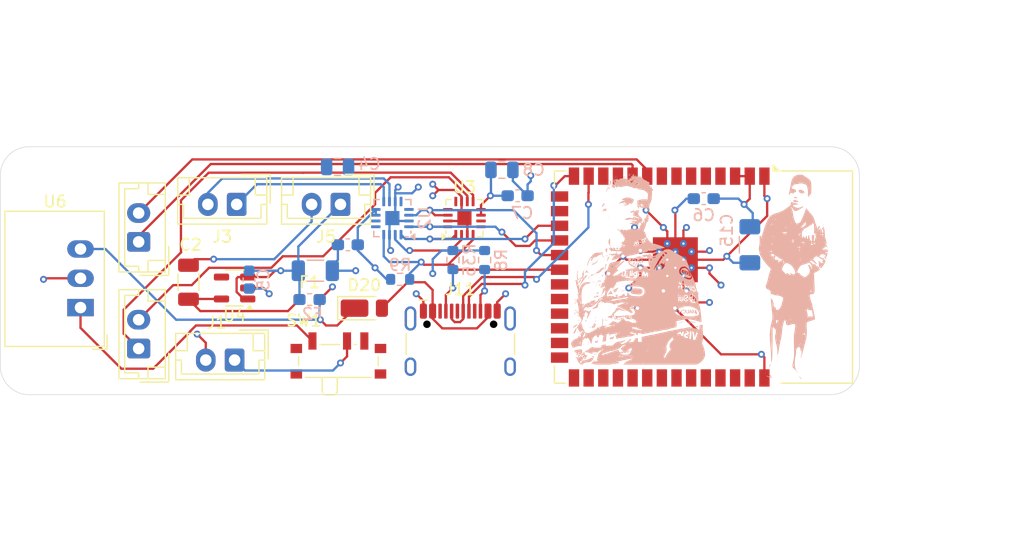
<source format=kicad_pcb>
(kicad_pcb (version 20241229) (generator "pcbnew") (generator_version "9.0")
  (layers (0 "F.Cu" signal) (4 "In1.Cu" power) (6 "In2.Cu" power) (2 "B.Cu" signal) (13 "F.Paste" user) (15 "B.Paste" user) (5 "F.SilkS" user "F.Silkscreen") (7 "B.SilkS" user "B.Silkscreen") (1 "F.Mask" user) (3 "B.Mask" user) (25 "Edge.Cuts" user))
  (net 0 "")
  (net 1 "GND")
  (net 2 "+5V")
  (net 3 "/Power/+3V3_Unfused")
  (net 4 "+3V3")
  (net 5 "/Power/5V_unfused")
  (net 6 "/MCU/USB_5V")
  (net 7 "Net-(SW1-A)")
  (net 8 "/Connectors/RX_PICO")
  (net 9 "/Connectors/TX_PICO")
  (net 10 "/Connectors/OUTP_1")
  (net 11 "/Connectors/OUTN_1")
  (net 12 "/Connectors/OUTN_2")
  (net 13 "/Connectors/OUTP_2")
  (net 14 "/MCU/USB_DN")
  (net 17 "/MCU/USB_DP")
  (net 20 "Net-(J11-CC1)")
  (net 22 "Net-(J11-CC2)")
  (net 24 "/MCU/SD_MODE")
  (net 30 "/MCU/I2S_DOUT")
  (net 54 "/MCU/I2S_BCLK")
  (net 56 "/MCU/I2S_LRCLK")
  (net 66 "/Connectors/9V_unfused")
  (footprint "Connector_JST:JST_EH_B2B-EH-A_1x02_P2.50mm_Vertical" (layer "F.Cu") (at 177.82 59.5 180)
    (property "Reference" "J1")
    (property "Value" "Conn_01x02_Pin" (hide yes))
  )
  (footprint "Connector_JST:JST_EH_B2B-EH-A_1x02_P2.50mm_Vertical" (layer "F.Cu") (at 187 46 180)
    (property "Reference" "J5")
    (property "Value" "Conn_01x02_Pin" (hide yes))
  )
  (footprint "Diode_SMD:D_PowerDI-123" (layer "F.Cu") (at 189.07 55)
    (property "Reference" "D20")
    (property "Value" "D_Schottky" (hide yes))
  )
  (footprint "Connector_JST:JST_EH_B2B-EH-A_1x02_P2.50mm_Vertical" (layer "F.Cu") (at 178 46 180)
    (property "Reference" "J3")
    (property "Value" "Conn_01x02_Pin" (hide yes))
  )
  (footprint "RF_Module:ESP32-S3-WROOM-1" (layer "F.Cu") (at 218.5 52.3 -90)
    (property "Reference" "U1" (hide yes))
    (property "Value" "ESP32-S3-WROOM-1" (hide yes))
  )
  (footprint "Connector_JST:JST_EH_B2B-EH-A_1x02_P2.50mm_Vertical" (layer "F.Cu") (at 169.5 58.5 90)
    (property "Reference" "J4" (hide yes))
    (property "Value" "Conn_01x02_Pin" (hide yes))
  )
  (footprint "0_LHRE_Footprints:USB-C_2.0_Receptacle" (layer "F.Cu") (at 197.39 59)
    (property "Reference" "J11")
    (property "Value" "USB_C_Receptacle_USB2.0_16P" (hide yes))
  )
  (footprint "Capacitor_SMD:C_1206_3216Metric" (layer "F.Cu") (at 173.82 52.75 90)
    (property "Reference" "C2")
    (property "Value" "4.7u")
  )
  (footprint "Fuse:Fuse_0603_1608Metric_Pad1.05x0.95mm_HandSolder" (layer "F.Cu") (at 184.32 54.25)
    (property "Reference" "F1")
    (property "Value" "1A" (hide yes))
  )
  (footprint "Converter_DCDC:Converter_DCDC_RECOM_R-78E-0.5_THT" (layer "F.Cu") (at 164.4575 54.9475 90)
    (property "Reference" "U6")
    (property "Value" "R-78E5.0-1.0" (hide yes))
  )
  (footprint "Package_DFN_QFN:TQFN-16-1EP_3x3mm_P0.5mm_EP1.23x1.23mm" (layer "F.Cu") (at 197.75 47.1875 90)
    (property "Reference" "U3")
    (property "Value" "MAX98357A" (hide yes))
  )
  (footprint "Button_Switch_SMD:SW_SPDT_PCM12" (layer "F.Cu") (at 186.82 59.275)
    (property "Reference" "SW1")
    (property "Value" "SW_SPDT" (hide yes))
  )
  (footprint "Package_TO_SOT_SMD:SOT-23-5" (layer "F.Cu") (at 177.82 53.25 180)
    (property "Reference" "U4")
    (property "Value" "RT9013-33GB" (hide yes))
  )
  (footprint "Connector_JST:JST_EH_B2B-EH-A_1x02_P2.50mm_Vertical" (layer "F.Cu") (at 169.5 49.25 90)
    (property "Reference" "J2" (hide yes))
    (property "Value" "Conn_01x02_Pin" (hide yes))
  )
  (footprint "Fuse:Fuse_0603_1608Metric_Pad1.05x0.95mm_HandSolder" (layer "B.Cu") (at 184.32 54.25 180)
    (property "Reference" "F2")
    (property "Value" "1A" (hide yes))
  )
  (footprint "Capacitor_SMD:C_0805_2012Metric" (layer "B.Cu") (at 186.75 42.75)
    (property "Reference" "C4")
    (property "Value" "10u" (hide yes))
  )
  (footprint "Resistor_SMD:R_0603_1608Metric" (layer "B.Cu") (at 192.175 52.5)
    (property "Reference" "R9")
    (property "Value" "100k" (hide yes))
  )
  (footprint "Package_DFN_QFN:TQFN-16-1EP_3x3mm_P0.5mm_EP1.23x1.23mm" (layer "B.Cu") (at 191.5 47.1875 90)
    (property "Reference" "U2")
    (property "Value" "MAX98357A" (hide yes))
  )
  (footprint "Capacitor_SMD:C_0603_1608Metric_Pad1.08x0.95mm_HandSolder" (layer "B.Cu") (at 187.6375 49.5)
    (property "Reference" "C3" (hide yes))
    (property "Value" "100n" (hide yes))
  )
  (footprint "Resistor_SMD:R_0603_1608Metric" (layer "B.Cu") (at 199.5 50.825 90)
    (property "Reference" "R8")
    (property "Value" "5.1k" (hide yes))
  )
  (footprint "Capacitor_SMD:C_0603_1608Metric_Pad1.08x0.95mm_HandSolder" (layer "B.Cu") (at 202.3625 45.25 180)
    (property "Reference" "C7")
    (property "Value" "100n" (hide yes))
  )
  (footprint "Capacitor_SMD:C_0603_1608Metric" (layer "B.Cu") (at 179.07 52.525 -90)
    (property "Reference" "C5")
    (property "Value" "22u" (hide yes))
  )
  (footprint "Capacitor_SMD:C_1206_3216Metric" (layer "B.Cu") (at 184.82 51.75)
    (property "Reference" "C1" (hide yes))
    (property "Value" "4.7u" (hide yes))
  )
  (footprint "YerraGlasses:mv3" (layer "B.Cu") (at 212.5 51.5 180)
    (property "Reference" "G***" (hide yes))
    (property "Value" "LOGO" (hide yes))
  )
  (footprint "Capacitor_SMD:C_1206_3216Metric_Pad1.33x1.80mm_HandSolder" (layer "B.Cu") (at 222.5 49.5 -90)
    (property "Reference" "C15")
    (property "Value" "4.7u" (hide yes))
  )
  (footprint "YerraGlasses:ale2" (layer "B.Cu") (at 225.961595 53.021054 180)
    (property "Reference" "G***" (hide yes))
    (property "Value" "LOGO" (hide yes))
  )
  (footprint "Capacitor_SMD:C_0805_2012Metric" (layer "B.Cu") (at 201 43 180)
    (property "Reference" "C8")
    (property "Value" "10u" (hide yes))
  )
  (footprint "Resistor_SMD:R_0603_1608Metric" (layer "B.Cu") (at 196.75 50.825 90)
    (property "Reference" "R35")
    (property "Value" "5.1k" (hide yes))
  )
  (footprint "Capacitor_SMD:C_0603_1608Metric_Pad1.08x0.95mm_HandSolder" (layer "B.Cu") (at 218.5 45.5)
    (property "Reference" "C6")
    (property "Value" "100n" (hide yes))
  )
  (gr_line (start 229.5 62.5) (end 160 62.5) (stroke (width 0.05)) (layer "Edge.Cuts"))
  (gr_arc (start 229.5 41) (mid 231.267767 41.732233) (end 232 43.5) (stroke (width 0.05)) (layer "Edge.Cuts"))
  (gr_arc (start 160 62.5) (mid 158.232233 61.767767) (end 157.5 60) (stroke (width 0.05)) (layer "Edge.Cuts"))
  (gr_line (start 157.5 60) (end 157.5 43.5) (stroke (width 0.05)) (layer "Edge.Cuts"))
  (gr_arc (start 157.5 43.5) (mid 158.232233 41.732233) (end 160 41) (stroke (width 0.05)) (layer "Edge.Cuts"))
  (gr_line (start 232 43.5) (end 232 60) (stroke (width 0.05)) (layer "Edge.Cuts"))
  (gr_arc (start 232 60) (mid 231.267767 61.767767) (end 229.5 62.5) (stroke (width 0.05)) (layer "Edge.Cuts"))
  (gr_line (start 160 41) (end 229.5 41) (stroke (width 0.05)) (layer "Edge.Cuts"))
  (segment (start 198 48.625) (end 198 47.4375) (width 0.2) (layer "F.Cu") (net 1))
  (segment (start 194.19 55.255) (end 194.19 54.37) (width 0.2) (layer "F.Cu") (net 1))
  (segment (start 215.34 50.8) (end 211.8 50.8) (width 0.2) (layer "F.Cu") (net 1))
  (segment (start 213 48.5) (end 212.5 48) (width 0.2) (layer "F.Cu") (net 1))
  (segment (start 214.64 51.5) (end 213 51.5) (width 0.2) (layer "F.Cu") (net 1))
  (segment (start 224 47) (end 220.5 50.5) (width 0.2) (layer "F.Cu") (net 1))
  (segment (start 216.74 52.2) (end 216.74 53.24) (width 0.2) (layer "F.Cu") (net 1))
  (segment (start 195 45.25) (end 195.5 44.75) (width 0.2) (layer "F.Cu") (net 1))
  (segment (start 215.34 52.2) (end 215.34 53.16) (width 0.2) (layer "F.Cu") (net 1))
  (segment (start 218 54.5) (end 219 54.5) (width 0.2) (layer "F.Cu") (net 1))
  (segment (start 200.59 55.255) (end 200.59 54.48) (width 0.2) (layer "F.Cu") (net 1))
  (segment (start 223.76 59.26) (end 223.5 59) (width 0.2) (layer "F.Cu") (net 1))
  (segment (start 215.34 48.34) (end 215 48) (width 0.2) (layer "F.Cu") (net 1))
  (segment (start 218.9 50.1) (end 219 50) (width 0.2) (layer "F.Cu") (net 1))
  (segment (start 211.8 50.8) (end 211.5 50.5) (width 0.2) (layer "F.Cu") (net 1))
  (segment (start 213 50) (end 213 48.5) (width 0.2) (layer "F.Cu") (net 1))
  (segment (start 214.64 50.1) (end 213.1 50.1) (width 0.2) (layer "F.Cu") (net 1))
  (segment (start 195.5 44.75) (end 196.928298 44.75) (width 0.2) (layer "F.Cu") (net 1))
  (segment (start 197.75 47.1875) (end 197.5 47.4375) (width 0.2) (layer "F.Cu") (net 1))
  (segment (start 197.5 45.321702) (end 197.5 45.75) (width 0.2) (layer "F.Cu") (net 1))
  (segment (start 213 51.5) (end 213 52.25) (width 0.2) (layer "F.Cu") (net 1))
  (segment (start 220 59) (end 216 55) (width 0.2) (layer "F.Cu") (net 1))
  (segment (start 223.5 59) (end 220 59) (width 0.2) (layer "F.Cu") (net 1))
  (segment (start 216.04 46.54) (end 216 46.5) (width 0.2) (layer "F.Cu") (net 1))
  (segment (start 215.34 53.16) (end 215 53.5) (width 0.2) (layer "F.Cu") (net 1))
  (segment (start 180.32 53.25) (end 180.82 53.75) (width 0.2) (layer "F.Cu") (net 1))
  (segment (start 223.76 43.55) (end 223.76 45.26) (width 0.2) (layer "F.Cu") (net 1))
  (segment (start 216.74 53.24) (end 217 53.5) (width 0.2) (layer "F.Cu") (net 1))
  (segment (start 197.5 47.4375) (end 196.3125 47.4375) (width 0.2) (layer "F.Cu") (net 1))
  (segment (start 174.345 50.75) (end 173.82 51.275) (width 0.2) (layer "F.Cu") (net 1))
  (segment (start 216.74 50.8) (end 220.2 50.8) (width 0.2) (layer "F.Cu") (net 1))
  (segment (start 211.5 50.5) (end 210.25 51.75) (width 0.2) (layer "F.Cu") (net 1))
  (segment (start 197.75 47.1875) (end 197.5 46.9375) (width 0.2) (layer "F.Cu") (net 1))
  (segment (start 200.59 54.48) (end 201.32 53.75) (width 0.2) (layer "F.Cu") (net 1))
  (segment (start 217.44 50.1) (end 218.9 50.1) (width 0.2) (layer "F.Cu") (net 1))
  (segment (start 223.76 61.05) (end 223.76 59.26) (width 0.2) (layer "F.Cu") (net 1))
  (segment (start 176 50.75) (end 174.345 50.75) (width 0.2) (layer "F.Cu") (net 1))
  (segment (start 210.25 51.75) (end 210.25 52) (width 0.2) (layer "F.Cu") (net 1))
  (segment (start 213.1 50.1) (end 213 50) (width 0.2) (layer "F.Cu") (net 1))
  (segment (start 197.5 46.9375) (end 197.5 45.75) (width 0.2) (layer "F.Cu") (net 1))
  (segment (start 215 48) (end 213.5 46.5) (width 0.2) (layer "F.Cu") (net 1))
  (segment (start 198 47.4375) (end 197.75 47.1875) (width 0.2) (layer "F.Cu") (net 1))
  (segment (start 195.5 44.75) (end 195 44.25) (width 0.2) (layer "F.Cu") (net 1))
  (segment (start 219 51.5) (end 219 52) (width 0.2) (layer "F.Cu") (net 1))
  (segment (start 175.32 58) (end 175.32 59.5) (width 0.2) (layer "F.Cu") (net 1))
  (segment (start 215.34 49.4) (end 215.34 48.34) (width 0.2) (layer "F.Cu") (net 1))
  (segment (start 224 45.5) (end 224 47) (width 0.2) (layer "F.Cu") (net 1))
  (segment (start 220.2 50.8) (end 220.5 50.5) (width 0.2) (layer "F.Cu") (net 1))
  (segment (start 213.5 55) (end 212.75 55) (width 0.2) (layer "F.Cu") (net 1))
  (segment (start 213 52.25) (end 212 53.25) (width 0.2) (layer "F.Cu") (net 1))
  (segment (start 164.4575 52.4075) (end 161.3425 52.4075) (width 0.2) (layer "F.Cu") (net 1))
  (segment (start 217.44 51.5) (end 219 51.5) (width 0.2) (layer "F.Cu") (net 1))
  (segment (start 223.76 45.26) (end 224 45.5) (width 0.2) (layer "F.Cu") (net 1))
  (segment (start 217 53.5) (end 218 54.5) (width 0.2) (layer "F.Cu") (net 1))
  (segment (start 216.74 49.4) (end 216.74 48.26) (width 0.2) (layer "F.Cu") (net 1))
  (segment (start 215 53.5) (end 213.5 55) (width 0.2) (layer "F.Cu") (net 1))
  (segment (start 174.57 57.25) (end 175.32 58) (width 0.2) (layer "F.Cu") (net 1))
  (segment (start 216.04 54.96) (end 216 55) (width 0.2) (layer "F.Cu") (net 1))
  (segment (start 178.9575 53.25) (end 180.32 53.25) (width 0.2) (layer "F.Cu") (net 1))
  (segment (start 196.928298 44.75) (end 197.5 45.321702) (width 0.2) (layer "F.Cu") (net 1))
  (segment (start 219 52) (end 220 53) (width 0.2) (layer "F.Cu") (net 1))
  (segment (start 161.3425 52.4075) (end 161.25 52.5) (width 0.2) (layer "F.Cu") (net 1))
  (segment (start 216.74 48.26) (end 217 48) (width 0.2) (layer "F.Cu") (net 1))
  (segment (start 194.19 54.37) (end 193.57 53.75) (width 0.2) (layer "F.Cu") (net 1))
  (segment (start 216.04 50.1) (end 216.04 46.54) (width 0.2) (layer "F.Cu") (net 1))
  (segment (start 216.04 51.5) (end 216.04 54.96) (width 0.2) (layer "F.Cu") (net 1))
  (via (at 193.75 44.5) (size 0.6) (drill 0.3) (layers "F.Cu" "B.Cu") (net 1))
  (via (at 201.32 53.75) (size 0.6) (drill 0.3) (layers "F.Cu" "B.Cu") (net 1))
  (via (at 220 53) (size 0.6) (drill 0.3) (layers "F.Cu" "B.Cu") (net 1))
  (via (at 212.5 48) (size 0.6) (drill 0.3) (layers "F.Cu" "B.Cu") (net 1))
  (via (at 195 52) (size 0.6) (drill 0.3) (layers "F.Cu" "B.Cu") (net 1))
  (via (at 217 53.5) (size 0.6) (drill 0.3) (layers "F.Cu" "B.Cu") (net 1))
  (via (at 215 48) (size 0.6) (drill 0.3) (layers "F.Cu" "B.Cu") (net 1))
  (via (at 219 54.5) (size 0.6) (drill 0.3) (layers "F.Cu" "B.Cu") (net 1))
  (via (at 191.35 50) (size 0.6) (drill 0.3) (layers "F.Cu" "B.Cu") (net 1))
  (via (at 193.57 53.75) (size 0.6) (drill 0.3) (layers "F.Cu" "B.Cu") (net 1))
  (via (at 176 50.75) (size 0.6) (drill 0.3) (layers "F.Cu" "B.Cu") (net 1))
  (via (at 216 46.5) (size 0.6) (drill 0.3) (layers "F.Cu" "B.Cu") (net 1))
  (via (at 223.5 59) (size 0.6) (drill 0.3) (layers "F.Cu" "B.Cu") (net 1))
  (via (at 224 45.5) (size 0.6) (drill 0.3) (layers "F.Cu" "B.Cu") (net 1))
  (via (at 213.5 46.5) (size 0.6) (drill 0.3) (layers "F.Cu" "B.Cu") (net 1))
  (via (at 219 51.5) (size 0.6) (drill 0.3) (layers "F.Cu" "B.Cu") (net 1))
  (via (at 161.25 52.5) (size 0.6) (drill 0.3) (layers "F.Cu" "B.Cu") (net 1))
  (via (at 192 44.5) (size 0.6) (drill 0.3) (layers "F.Cu" "B.Cu") (net 1))
  (via (at 180.82 53.75) (size 0.6) (drill 0.3) (layers "F.Cu" "B.Cu") (net 1))
  (via (at 212 53.25) (size 0.6) (drill 0.3) (layers "F.Cu" "B.Cu") (net 1))
  (via (at 213 50) (size 0.6) (drill 0.3) (layers "F.Cu" "B.Cu") (net 1))
  (via (at 215 53.5) (size 0.6) (drill 0.3) (layers "F.Cu" "B.Cu") (net 1))
  (via (at 195 45.25) (size 0.6) (drill 0.3) (layers "F.Cu" "B.Cu") (net 1))
  (via (at 217 48) (size 0.6) (drill 0.3) (layers "F.Cu" "B.Cu") (net 1))
  (via (at 219 50) (size 0.6) (drill 0.3) (layers "F.Cu" "B.Cu") (net 1))
  (via (at 174.57 57.25) (size 0.6) (drill 0.3) (layers "F.Cu" "B.Cu") (net 1))
  (via (at 203.5 43.5) (size 0.6) (drill 0.3) (layers "F.Cu" "B.Cu") (net 1))
  (via (at 210.25 52) (size 0.6) (drill 0.3) (layers "F.Cu" "B.Cu") (net 1))
  (via (at 211.5 50.5) (size 0.6) (drill 0.3) (layers "F.Cu" "B.Cu") (net 1))
  (via (at 188.32 51.75) (size 0.6) (drill 0.3) (layers "F.Cu" "B.Cu") (net 1))
  (via (at 220.5 50.5) (size 0.6) (drill 0.3) (layers "F.Cu" "B.Cu") (net 1))
  (via (at 213 51.5) (size 0.6) (drill 0.3) (layers "F.Cu" "B.Cu") (net 1))
  (via (at 216 55) (size 0.6) (drill 0.3) (layers "F.Cu" "B.Cu") (net 1))
  (via (at 195 44.25) (size 0.6) (drill 0.3) (layers "F.Cu" "B.Cu") (net 1))
  (via (at 212.75 55) (size 0.6) (drill 0.3) (layers "F.Cu" "B.Cu") (net 1))
  (segment (start 186.775 50.815) (end 186.775 49.5) (width 0.2) (layer "B.Cu") (net 1))
  (segment (start 193.75 44.5) (end 193.2135 45.0365) (width 0.2) (layer "B.Cu") (net 1))
  (segment (start 195.75 50) (end 196.75 50) (width 0.2) (layer "B.Cu") (net 1))
  (segment (start 191.25 47.4375) (end 191.5 47.1875) (width 0.2) (layer "B.Cu") (net 1))
  (segment (start 191.25 49.053298) (end 191.25 48.625) (width 0.2) (layer "B.Cu") (net 1))
  (segment (start 186.295 51.295) (end 186.775 50.815) (width 0.2) (layer "B.Cu") (net 1))
  (segment (start 191.25 48.625) (end 191.25 47.4375) (width 0.2) (layer "B.Cu") (net 1))
  (segment (start 201.95 43) (end 201.95 43.975) (width 0.2) (layer "B.Cu") (net 1))
  (segment (start 195 50.75) (end 195.75 50) (width 0.2) (layer "B.Cu") (net 1))
  (segment (start 222.5 51.0625) (end 221.0625 51.0625) (width 0.2) (layer "B.Cu") (net 1))
  (segment (start 191.75 44.75) (end 192 44.5) (width 0.2) (layer "B.Cu") (net 1))
  (segment (start 221.0625 51.0625) (end 220.5 50.5) (width 0.2) (layer "B.Cu") (net 1))
  (segment (start 191.5 47.1875) (end 191.75 46.9375) (width 0.2) (layer "B.Cu") (net 1))
  (segment (start 191.5 47.1875) (end 191.75 47.4375) (width 0.2) (layer "B.Cu") (net 1))
  (segment (start 180.37 53.3) (end 180.82 53.75) (width 0.2) (layer "B.Cu") (net 1))
  (segment (start 195 52) (end 195 50.75) (width 0.2) (layer "B.Cu") (net 1))
  (segment (start 203.5 43.5) (end 203.5 44) (width 0.2) (layer "B.Cu") (net 1))
  (segment (start 191.75 45.75) (end 191.75 45) (width 0.2) (layer "B.Cu") (net 1))
  (segment (start 198.25 50) (end 199.5 50) (width 0.2) (layer "B.Cu") (net 1))
  (segment (start 199.5 50) (end 199.75 49.75) (width 0.2) (layer "B.Cu") (net 1))
  (segment (start 191.75 45) (end 191.75 44.75) (width 0.2) (layer "B.Cu") (net 1))
  (segment (start 191.25 48.625) (end 191.25 49.9) (width 0.2) (layer "B.Cu") (net 1))
  (segment (start 193.2135 45.0365) (end 191.7865 45.0365) (width 0.2) (layer "B.Cu") (net 1))
  (segment (start 179.07 53.3) (end 180.37 53.3) (width 0.2) (layer "B.Cu") (net 1))
  (segment (start 217.6375 45.5) (end 217 45.5) (width 0.2) (layer "B.Cu") (net 1))
  (segment (start 203.5 44) (end 203.225 44.275) (width 0.2) (layer "B.Cu") (net 1))
  (segment (start 191.75 47.4375) (end 192.9375 47.4375) (width 0.2) (layer "B.Cu") (net 1))
  (segment (start 191.25 49.9) (end 191.35 50) (width 0.2) (layer "B.Cu") (net 1))
  (segment (start 191.75 46.9375) (end 191.75 45.75) (width 0.2) (layer "B.Cu") (net 1))
  (segment (start 186.295 51.75) (end 188.32 51.75) (width 0.2) (layer "B.Cu") (net 1))
  (segment (start 181.25 50.75) (end 184.5 47.5) (width 0.2) (layer "B.Cu") (net 1))
  (segment (start 191.7865 45.0365) (end 191.75 45) (width 0.2) (layer "B.Cu") (net 1))
  (segment (start 203.225 44.275) (end 203.225 45.25) (width 0.2) (layer "B.Cu") (net 1))
  (segment (start 186.295 51.75) (end 186.295 51.295) (width 0.2) (layer "B.Cu") (net 1))
  (segment (start 196.75 50) (end 198.25 50) (width 0.2) (layer "B.Cu") (net 1))
  (segment (start 201.95 43.975) (end 203.225 45.25) (width 0.2) (layer "B.Cu") (net 1))
  (segment (start 176 50.75) (end 181.25 50.75) (width 0.2) (layer "B.Cu") (net 1))
  (segment (start 217 45.5) (end 216 46.5) (width 0.2) (layer "B.Cu") (net 1))
  (segment (start 184.5 47.5) (end 184.5 46) (width 0.2) (layer "B.Cu") (net 1))
  (segment (start 180.77 52.3) (end 178.9575 52.3) (width 0.2) (layer "F.Cu") (net 2))
  (segment (start 178.9575 54.2) (end 178.603032 54.2) (width 0.2) (layer "F.Cu") (net 2))
  (segment (start 177.994 53.590968) (end 177.994 52.426) (width 0.2) (layer "F.Cu") (net 2))
  (segment (start 181.82 51.75) (end 181.32 51.75) (width 0.2) (layer "F.Cu") (net 2))
  (segment (start 181.32 51.75) (end 180.77 52.3) (width 0.2) (layer "F.Cu") (net 2))
  (segment (start 178.12 52.3) (end 178.9575 52.3) (width 0.2) (layer "F.Cu") (net 2))
  (segment (start 177.994 52.426) (end 178.12 52.3) (width 0.2) (layer "F.Cu") (net 2))
  (segment (start 178.603032 54.2) (end 177.994 53.590968) (width 0.2) (layer "F.Cu") (net 2))
  (via (at 181.82 51.75) (size 0.6) (drill 0.3) (layers "F.Cu" "B.Cu") (net 2))
  (segment (start 183.345 51.75) (end 183.345 49.655) (width 0.2) (layer "B.Cu") (net 2))
  (segment (start 183.345 51.75) (end 181.82 51.75) (width 0.2) (layer "B.Cu") (net 2))
  (segment (start 183.345 49.655) (end 187 46) (width 0.2) (layer "B.Cu") (net 2))
  (segment (start 183.82 54.125) (end 183.695 54) (width 0.2) (layer "B.Cu") (net 2))
  (segment (start 183.445 54.25) (end 183.445 51.85) (width 0.2) (layer "B.Cu") (net 2))
  (segment (start 183.445 51.85) (end 183.345 51.75) (width 0.2) (layer "B.Cu") (net 2))
  (segment (start 181.82 51.75) (end 179.07 51.75) (width 0.2) (layer "B.Cu") (net 2))
  (segment (start 182.445 55.25) (end 183.445 54.25) (width 0.2) (layer "F.Cu") (net 3))
  (segment (start 173.82 54.225) (end 174.845 55.25) (width 0.2) (layer "F.Cu") (net 3))
  (segment (start 173.845 54.2) (end 173.82 54.225) (width 0.2) (layer "F.Cu") (net 3))
  (segment (start 174.845 55.25) (end 182.445 55.25) (width 0.2) (layer "F.Cu") (net 3))
  (segment (start 176.6825 54.2) (end 173.845 54.2) (width 0.2) (layer "F.Cu") (net 3))
  (segment (start 185.195 54.25) (end 185.204609 54.25) (width 0.2) (layer "F.Cu") (net 4))
  (segment (start 222.49 43.55) (end 221.22 43.55) (width 0.2) (layer "F.Cu") (net 4))
  (segment (start 193 50) (end 196.553298 50) (width 0.2) (layer "F.Cu") (net 4))
  (segment (start 199.1875 46.4375) (end 199.1875 46.9375) (width 0.2) (layer "F.Cu") (net 4))
  (segment (start 197.5 49.053298) (end 197.5 48.625) (width 0.2) (layer "F.Cu") (net 4))
  (segment (start 185.204609 54.25) (end 186.304609 53.15) (width 0.2) (layer "F.Cu") (net 4))
  (segment (start 199.1875 46.4375) (end 199.1875 46.0625) (width 0.2) (layer "F.Cu") (net 4))
  (segment (start 222.49 45.51) (end 222 46) (width 0.2) (layer "F.Cu") (net 4))
  (segment (start 222.49 43.55) (end 222.49 45.51) (width 0.2) (layer "F.Cu") (net 4))
  (segment (start 196.553298 50) (end 197.5 49.053298) (width 0.2) (layer "F.Cu") (net 4))
  (segment (start 199.1875 46.0625) (end 200 45.25) (width 0.2) (layer "F.Cu") (net 4))
  (via (at 190 51.5) (size 0.6) (drill 0.3) (layers "F.Cu" "B.Cu") (net 4))
  (via (at 193 50) (size 0.6) (drill 0.3) (layers "F.Cu" "B.Cu") (net 4))
  (via (at 222 46) (size 0.6) (drill 0.3) (layers "F.Cu" "B.Cu") (net 4))
  (via (at 200 45.25) (size 0.6) (drill 0.3) (layers "F.Cu" "B.Cu") (net 4))
  (via (at 186.304609 53.15) (size 0.6) (drill 0.3) (layers "F.Cu" "B.Cu") (net 4))
  (segment (start 191.35 52.5) (end 191 52.5) (width 0.2) (layer "B.Cu") (net 4))
  (segment (start 200.1375 45.1125) (end 200 45.25) (width 0.2) (layer "B.Cu") (net 4))
  (segment (start 201.5 45.25) (end 200 45.25) (width 0.2) (layer "B.Cu") (net 4))
  (segment (start 192.696702 50) (end 193 50) (width 0.2) (layer "B.Cu") (net 4))
  (segment (start 191 52.5) (end 190 51.5) (width 0.2) (layer "B.Cu") (net 4))
  (segment (start 188.5 49.5) (end 188.5 50) (width 0.2) (layer "B.Cu") (net 4))
  (segment (start 222.75 46.75) (end 222.75 47.6875) (width 0.2) (layer "B.Cu") (net 4))
  (segment (start 188.5 48) (end 188.5 49.5) (width 0.2) (layer "B.Cu") (net 4))
  (segment (start 200.05 43) (end 200.05 45.2) (width 0.2) (layer "B.Cu") (net 4))
  (segment (start 200.05 45.2) (end 200 45.25) (width 0.2) (layer "B.Cu") (net 4))
  (segment (start 222.75 47.6875) (end 222.5 47.9375) (width 0.2) (layer "B.Cu") (net 4))
  (segment (start 191.75 49.053298) (end 192.696702 50) (width 0.2) (layer "B.Cu") (net 4))
  (segment (start 190.0625 46.4375) (end 188.5 48) (width 0.2) (layer "B.Cu") (net 4))
  (segment (start 188.5 50) (end 190 51.5) (width 0.2) (layer "B.Cu") (net 4))
  (segment (start 191.75 48.625) (end 191.75 49.053298) (width 0.2) (layer "B.Cu") (net 4))
  (segment (start 221.5 45.5) (end 222 46) (width 0.2) (layer "B.Cu") (net 4))
  (segment (start 219.3625 45.5) (end 221.5 45.5) (width 0.2) (layer "B.Cu") (net 4))
  (segment (start 222 46) (end 222.75 46.75) (width 0.2) (layer "B.Cu") (net 4))
  (segment (start 190.0625 46.9375) (end 190.0625 46.4375) (width 0.2) (layer "B.Cu") (net 4))
  (segment (start 185.25 56) (end 185.75 56.5) (width 0.2) (layer "F.Cu") (net 5))
  (segment (start 185.75 56.5) (end 186.72 56.5) (width 0.2) (layer "F.Cu") (net 5))
  (segment (start 186.72 56.5) (end 188.22 55) (width 0.2) (layer "F.Cu") (net 5))
  (via (at 185.25 56) (size 0.6) (drill 0.3) (layers "F.Cu" "B.Cu") (net 5))
  (segment (start 172.75 56) (end 185.25 56) (width 0.2) (layer "B.Cu") (net 5))
  (segment (start 185.195 55.945) (end 185.25 56) (width 0.2) (layer "B.Cu") (net 5))
  (segment (start 185.195 54.25) (end 185.195 55.945) (width 0.2) (layer "B.Cu") (net 5))
  (segment (start 164.4575 49.8675) (end 166.6175 49.8675) (width 0.2) (layer "B.Cu") (net 5))
  (segment (start 166.6175 49.8675) (end 172.75 56) (width 0.2) (layer "B.Cu") (net 5))
  (segment (start 184.82 54.625) (end 185.195 54.25) (width 0.2) (layer "B.Cu") (net 5))
  (segment (start 194.99 55.904999) (end 195.835001 56.75) (width 0.2) (layer "F.Cu") (net 6))
  (segment (start 194.99 55.255) (end 194.99 55.904999) (width 0.2) (layer "F.Cu") (net 6))
  (segment (start 195.835001 56.75) (end 198.828824 56.75) (width 0.2) (layer "F.Cu") (net 6))
  (segment (start 194.99 53.42) (end 194.99 55.255) (width 0.2) (layer "F.Cu") (net 6))
  (segment (start 192.82 52.75) (end 194.32 52.75) (width 0.2) (layer "F.Cu") (net 6))
  (segment (start 190.595 54.975) (end 192.82 52.75) (width 0.2) (layer "F.Cu") (net 6))
  (segment (start 198.828824 56.75) (end 199.79 55.788824) (width 0.2) (layer "F.Cu") (net 6))
  (segment (start 199.79 55.788824) (end 199.79 55.255) (width 0.2) (layer "F.Cu") (net 6))
  (segment (start 194.32 52.75) (end 194.99 53.42) (width 0.2) (layer "F.Cu") (net 6))
  (segment (start 190.595 55) (end 190.595 54.975) (width 0.2) (layer "F.Cu") (net 6))
  (segment (start 173.969 57.031) (end 170.75 60.25) (width 0.2) (layer "F.Cu") (net 7))
  (segment (start 168 60.25) (end 164.4575 56.7075) (width 0.2) (layer "F.Cu") (net 7))
  (segment (start 164.4575 56.7075) (end 164.4575 54.9475) (width 0.2) (layer "F.Cu") (net 7))
  (segment (start 170.75 60.25) (end 168 60.25) (width 0.2) (layer "F.Cu") (net 7))
  (segment (start 184.57 57.845) (end 183.225 56.5) (width 0.2) (layer "F.Cu") (net 7))
  (segment (start 174.470057 56.5) (end 173.969 57.001057) (width 0.2) (layer "F.Cu") (net 7))
  (segment (start 173.969 57.001057) (end 173.969 57.031) (width 0.2) (layer "F.Cu") (net 7))
  (segment (start 183.225 56.5) (end 174.470057 56.5) (width 0.2) (layer "F.Cu") (net 7))
  (segment (start 174.151 42.099) (end 169.5 46.75) (width 0.2) (layer "F.Cu") (net 8))
  (segment (start 213.6 43.018) (end 212.681 42.099) (width 0.2) (layer "F.Cu") (net 8))
  (segment (start 213.6 43.55) (end 213.6 43.018) (width 0.2) (layer "F.Cu") (net 8))
  (segment (start 212.681 42.099) (end 174.151 42.099) (width 0.2) (layer "F.Cu") (net 8))
  (segment (start 212.33 43.55) (end 212.33 42.6) (width 0.2) (layer "F.Cu") (net 9))
  (segment (start 169.5 48.75) (end 169.5 49.25) (width 0.2) (layer "F.Cu") (net 9))
  (segment (start 175.75 42.5) (end 169.5 48.75) (width 0.2) (layer "F.Cu") (net 9))
  (segment (start 212.23 42.5) (end 175.75 42.5) (width 0.2) (layer "F.Cu") (net 9))
  (segment (start 212.33 42.6) (end 212.23 42.5) (width 0.2) (layer "F.Cu") (net 9))
  (segment (start 179.75 44.25) (end 178 46) (width 0.2) (layer "B.Cu") (net 10))
  (segment (start 190.75 44.5) (end 190.5 44.25) (width 0.2) (layer "B.Cu") (net 10))
  (segment (start 190.5 44.25) (end 179.75 44.25) (width 0.2) (layer "B.Cu") (net 10))
  (segment (start 190.75 45.75) (end 190.75 44.5) (width 0.2) (layer "B.Cu") (net 10))
  (segment (start 175.5 45) (end 175.5 46) (width 0.2) (layer "B.Cu") (net 11))
  (segment (start 191.25 44.25) (end 190.75 43.75) (width 0.2) (layer "B.Cu") (net 11))
  (segment (start 191.25 45.75) (end 191.25 44.25) (width 0.2) (layer "B.Cu") (net 11))
  (segment (start 190.75 43.75) (end 176.75 43.75) (width 0.2) (layer "B.Cu") (net 11))
  (segment (start 176.75 43.75) (end 175.5 45) (width 0.2) (layer "B.Cu") (net 11))
  (segment (start 196.394398 43.649) (end 191.351 43.649) (width 0.2) (layer "F.Cu") (net 12))
  (segment (start 172.5 53) (end 174.102057 53) (width 0.2) (layer "F.Cu") (net 12))
  (segment (start 181.0029 51.5) (end 182.00145 50.50145) (width 0.2) (layer "F.Cu") (net 12))
  (segment (start 191.351 43.649) (end 190 45) (width 0.2) (layer "F.Cu") (net 12))
  (segment (start 174.102057 53) (end 175.602057 51.5) (width 0.2) (layer "F.Cu") (net 12))
  (segment (start 190 45) (end 190 46) (width 0.2) (layer "F.Cu") (net 12))
  (segment (start 175.602057 51.5) (end 181.0029 51.5) (width 0.2) (layer "F.Cu") (net 12))
  (segment (start 198 45.75) (end 198 45.254602) (width 0.2) (layer "F.Cu") (net 12))
  (segment (start 190 46) (end 185.5 50.5) (width 0.2) (layer "F.Cu") (net 12))
  (segment (start 198 45.254602) (end 196.394398 43.649) (width 0.2) (layer "F.Cu") (net 12))
  (segment (start 169.5 56) (end 172.5 53) (width 0.2) (layer "F.Cu") (net 12))
  (segment (start 185.5 50.5) (end 182 50.5) (width 0.2) (layer "F.Cu") (net 12))
  (segment (start 175.5671 43.25) (end 173.16692 45.65018) (width 0.2) (layer "F.Cu") (net 13))
  (segment (start 183.752 43.248) (end 183.75 43.25) (width 0.2) (layer "F.Cu") (net 13))
  (segment (start 168.199 55.13484) (end 173.16692 50.16692) (width 0.2) (layer "F.Cu") (net 13))
  (segment (start 169.5 58.5) (end 168.199 57.199) (width 0.2) (layer "F.Cu") (net 13))
  (segment (start 183.75 43.25) (end 175.5671 43.25) (width 0.2) (layer "F.Cu") (net 13))
  (segment (start 198.5 45.75) (end 198.5 45.187502) (width 0.2) (layer "F.Cu") (net 13))
  (segment (start 196.560498 43.248) (end 183.752 43.248) (width 0.2) (layer "F.Cu") (net 13))
  (segment (start 198.5 45.187502) (end 196.560498 43.248) (width 0.2) (layer "F.Cu") (net 13))
  (segment (start 168.199 57.199) (end 168.199 55.13484) (width 0.2) (layer "F.Cu") (net 13))
  (segment (start 173.16692 50.16692) (end 173.18484 50.149) (width 0.2) (layer "F.Cu") (net 13))
  (segment (start 173.16692 45.65018) (end 173.16692 50.16692) (width 0.2) (layer "F.Cu") (net 13))
  (segment (start 197.64 55.938824) (end 197.372824 56.206) (width 0.2) (layer "F.Cu") (net 14))
  (segment (start 208.5 45) (end 208.52 44.98) (width 0.2) (layer "F.Cu") (net 14))
  (segment (start 196.907176 56.206) (end 196.64 55.938824) (width 0.2) (layer "F.Cu") (net 14))
  (segment (start 199.283957 52.299) (end 197.64 53.942957) (width 0.2) (layer "F.Cu") (net 14))
  (segment (start 199.283957 52.299) (end 203.799 52.299) (width 0.2) (layer "F.Cu") (net 14))
  (segment (start 196.64 55.938824) (end 196.64 55.255) (width 0.2) (layer "F.Cu") (net 14))
  (segment (start 197.64 53.942957) (end 197.64 55.255) (width 0.2) (layer "F.Cu") (net 14))
  (segment (start 208.5 46) (end 208.5 45) (width 0.2) (layer "F.Cu") (net 14))
  (segment (start 197.64 55.255) (end 197.64 55.938824) (width 0.2) (layer "F.Cu") (net 14))
  (segment (start 197.372824 56.206) (end 196.907176 56.206) (width 0.2) (layer "F.Cu") (net 14))
  (segment (start 208.52 44.98) (end 208.52 43.55) (width 0.2) (layer "F.Cu") (net 14))
  (segment (start 203.799 52.299) (end 204 52.5) (width 0.2) (layer "F.Cu") (net 14))
  (via (at 204 52.5) (size 0.6) (drill 0.3) (layers "F.Cu" "B.Cu") (net 14))
  (via (at 208.5 46) (size 0.6) (drill 0.3) (layers "F.Cu" "B.Cu") (net 14))
  (segment (start 208.5 48) (end 208.5 46) (width 0.2) (layer "B.Cu") (net 14))
  (segment (start 204 52.5) (end 208.5 48) (width 0.2) (layer "B.Cu") (net 14))
  (segment (start 199.251057 52.899) (end 202.899 52.899) (width 0.2) (layer "F.Cu") (net 17))
  (segment (start 205.5 44.364998) (end 205.635002 44.364998) (width 0.2) (layer "F.Cu") (net 17))
  (segment (start 206.45 43.55) (end 207.25 43.55) (width 0.2) (layer "F.Cu") (net 17))
  (segment (start 202.899 52.899) (end 203 53) (width 0.2) (layer "F.Cu") (net 17))
  (segment (start 205.635002 44.364998) (end 206.45 43.55) (width 0.2) (layer "F.Cu") (net 17))
  (segment (start 198.14 54.010057) (end 199.251057 52.899) (width 0.2) (layer "F.Cu") (net 17))
  (segment (start 198.14 55.255) (end 198.14 54.010057) (width 0.2) (layer "F.Cu") (net 17))
  (via (at 205.5 44.364998) (size 0.6) (drill 0.3) (layers "F.Cu" "B.Cu") (net 17))
  (via (at 203 53) (size 0.6) (drill 0.3) (layers "F.Cu" "B.Cu") (net 17))
  (segment (start 203 53) (end 203 51.849943) (width 0.2) (layer "B.Cu") (net 17))
  (segment (start 205.5 49.349943) (end 205.5 44.364998) (width 0.2) (layer "B.Cu") (net 17))
  (segment (start 203 51.849943) (end 205.5 49.349943) (width 0.2) (layer "B.Cu") (net 17))
  (segment (start 196.14 55.255) (end 196.14 53.86) (width 0.2) (layer "F.Cu") (net 20))
  (segment (start 196.14 53.86) (end 196.75 53.25) (width 0.2) (layer "F.Cu") (net 20))
  (via (at 196.75 53.25) (size 0.6) (drill 0.3) (layers "F.Cu" "B.Cu") (net 20))
  (segment (start 196.75 53.25) (end 196.75 51.65) (width 0.2) (layer "B.Cu") (net 20))
  (segment (start 199.14 55.255) (end 199.14 53.86) (width 0.2) (layer "F.Cu") (net 22))
  (segment (start 199.14 53.86) (end 199.5 53.5) (width 0.2) (layer "F.Cu") (net 22))
  (via (at 199.5 53.5) (size 0.6) (drill 0.3) (layers "F.Cu" "B.Cu") (net 22))
  (segment (start 199.5 53.5) (end 199.5 51.65) (width 0.2) (layer "B.Cu") (net 22))
  (segment (start 196.77 51.23) (end 197.205 51.665) (width 0.2) (layer "F.Cu") (net 24))
  (segment (start 196.323298 51.23) (end 196 51.23) (width 0.2) (layer "F.Cu") (net 24))
  (segment (start 197.205 51.665) (end 206 51.665) (width 0.2) (layer "F.Cu") (net 24))
  (segment (start 196.323298 51.23) (end 196.77 51.23) (width 0.2) (layer "F.Cu") (net 24))
  (segment (start 194.23 51.23) (end 194 51) (width 0.2) (layer "F.Cu") (net 24))
  (segment (start 198.5 49.053298) (end 196.323298 51.23) (width 0.2) (layer "F.Cu") (net 24))
  (segment (start 198.5 48.625) (end 198.5 49.053298) (width 0.2) (layer "F.Cu") (net 24))
  (segment (start 196 51.23) (end 194.23 51.23) (width 0.2) (layer "F.Cu") (net 24))
  (via (at 194 51) (size 0.6) (drill 0.3) (layers "F.Cu" "B.Cu") (net 24))
  (segment (start 194 51) (end 191.250028 51) (width 0.2) (layer "B.Cu") (net 24))
  (segment (start 191.250028 51) (end 190.75 50.499972) (width 0.2) (layer "B.Cu") (net 24))
  (segment (start 190.75 50.499972) (end 190.75 48.625) (width 0.2) (layer "B.Cu") (net 24))
  (segment (start 193 52.5) (end 193 52) (width 0.2) (layer "B.Cu") (net 24))
  (segment (start 193 52) (end 194 51) (width 0.2) (layer "B.Cu") (net 24))
  (segment (start 196.625 49) (end 194.75 49) (width 0.2) (layer "F.Cu") (net 30))
  (segment (start 203 49) (end 204.145 47.855) (width 0.2) (layer "F.Cu") (net 30))
  (segment (start 197 48.625) (end 196.625 49) (width 0.2) (layer "F.Cu") (net 30))
  (segment (start 204.145 47.855) (end 206 47.855) (width 0.2) (layer "F.Cu") (net 30))
  (via (at 194.75 49) (size 0.6) (drill 0.3) (layers "F.Cu" "B.Cu") (net 30))
  (via (at 203 49) (size 0.6) (drill 0.3) (layers "F.Cu" "B.Cu") (net 30))
  (segment (start 194.75 49) (end 203 49) (width 0.2) (layer "B.Cu") (net 30))
  (segment (start 194.75 49) (end 192.625 49) (width 0.2) (layer "B.Cu") (net 30))
  (segment (start 192.625 49) (end 192.25 48.625) (width 0.2) (layer "B.Cu") (net 30))
  (segment (start 203.399 49.601) (end 203.875 49.125) (width 0.2) (layer "F.Cu") (net 54))
  (segment (start 202.201 49.601) (end 203.399 49.601) (width 0.2) (layer "F.Cu") (net 54))
  (segment (start 203.875 49.125) (end 206 49.125) (width 0.2) (layer "F.Cu") (net 54))
  (segment (start 201 48.4) (end 202.201 49.601) (width 0.2) (layer "F.Cu") (net 54))
  (segment (start 196.3125 47.9375) (end 194.75 47.9375) (width 0.2) (layer "F.Cu") (net 54))
  (via (at 201 48.4) (size 0.6) (drill 0.3) (layers "F.Cu" "B.Cu") (net 54))
  (via (at 194.75 47.9375) (size 0.6) (drill 0.3) (layers "F.Cu" "B.Cu") (net 54))
  (segment (start 200.9 48.4) (end 201 48.4) (width 0.2) (layer "B.Cu") (net 54))
  (segment (start 194.75 47.9375) (end 192.9375 47.9375) (width 0.2) (layer "B.Cu") (net 54))
  (segment (start 200.4375 47.9375) (end 194.75 47.9375) (width 0.2) (layer "B.Cu") (net 54))
  (segment (start 200.4375 47.9375) (end 200.9 48.4) (width 0.2) (layer "B.Cu") (net 54))
  (segment (start 196.3125 46.9375) (end 195.1875 46.9375) (width 0.2) (layer "F.Cu") (net 56))
  (segment (start 204.395 50.395) (end 206 50.395) (width 0.2) (layer "F.Cu") (net 56))
  (segment (start 204 50) (end 204.395 50.395) (width 0.2) (layer "F.Cu") (net 56))
  (segment (start 195.1875 46.9375) (end 194.75 46.5) (width 0.2) (layer "F.Cu") (net 56))
  (via (at 204 50) (size 0.6) (drill 0.3) (layers "F.Cu" "B.Cu") (net 56))
  (via (at 194.75 46.5) (size 0.6) (drill 0.3) (layers "F.Cu" "B.Cu") (net 56))
  (segment (start 194.75 46.5) (end 194 46.5) (width 0.2) (layer "B.Cu") (net 56))
  (segment (start 204 48.5) (end 204 50) (width 0.2) (layer "B.Cu") (net 56))
  (segment (start 192.9375 46.9375) (end 193.5625 46.9375) (width 0.2) (layer "B.Cu") (net 56))
  (segment (start 200.5 46.5) (end 194.75 46.5) (width 0.2) (layer "B.Cu") (net 56))
  (segment (start 202 46.5) (end 204 48.5) (width 0.2) (layer "B.Cu") (net 56))
  (segment (start 200.5 46.5) (end 202 46.5) (width 0.2) (layer "B.Cu") (net 56))
  (segment (start 193.5625 46.9375) (end 194 46.5) (width 0.2) (layer "B.Cu") (net 56))
  (segment (start 187 59.75) (end 187.57 59.18) (width 0.2) (layer "F.Cu") (net 66))
  (segment (start 187.57 57.845) (end 187.57 57.75) (width 0.2) (layer "F.Cu") (net 66))
  (segment (start 187.57 59.18) (end 187.57 57.845) (width 0.2) (layer "F.Cu") (net 66))
  (via (at 187 59.75) (size 0.6) (drill 0.3) (layers "F.Cu" "B.Cu") (net 66))
  (segment (start 178.726 60.406) (end 186.344 60.406) (width 0.2) (layer "B.Cu") (net 66))
  (segment (start 186.344 60.406) (end 187 59.75) (width 0.2) (layer "B.Cu") (net 66))
  (segment (start 177.82 59.5) (end 178.726 60.406) (width 0.2) (layer "B.Cu") (net 66))
)
</source>
